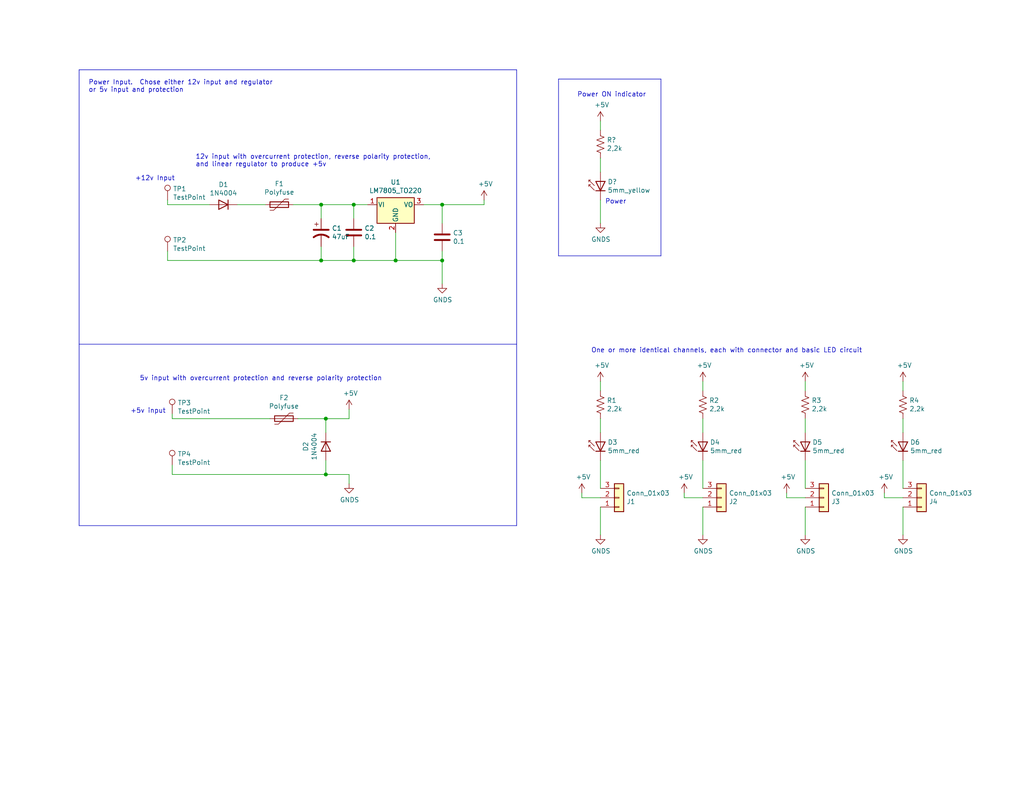
<source format=kicad_sch>
(kicad_sch (version 20230121) (generator eeschema)
  (paper "USLetter")
  (title_block (title "FakeRio Digital Input rev 1") (date "2018-12-18") (rev "1") (company "Eastbots") (comment 1 "Initial version by Steve Tell"))
  (lib_symbols
    (symbol "Connector:TestPoint" (pin_numbers hide) (pin_names (offset 0.762) hide)
      (property "Reference" "TP" (at 0 6.858 0))
      (property "Value" "TestPoint" (at 0 5.08 0))
      (symbol "TestPoint_0_1"
        (circle (center 0 3.302) (radius 0.762))
      )
      (symbol "TestPoint_1_1"
        (pin passive line (at 0 0 90) (length 2.54) (name "1") (number "1"))
      )
    )
    (symbol "Connector_Generic:Conn_01x03" (pin_names (offset 1.016) hide)
      (property "Reference" "J" (at 0 5.08 0))
      (property "Value" "Conn_01x03" (at 0 -5.08 0))
      (symbol "Conn_01x03_1_1"
        (rectangle (start -1.27 -2.413) (end 0 -2.667) (stroke (width 0.1524)))
        (rectangle (start -1.27 0.127) (end 0 -0.127) (stroke (width 0.1524)))
        (rectangle (start -1.27 2.667) (end 0 2.413) (stroke (width 0.1524)))
        (rectangle (start -1.27 3.81) (end 1.27 -3.81) (stroke (width 0.254)) (fill (type background)))
        (pin passive line (at -5.08 2.54 0) (length 3.81) (name "Pin_1") (number "1"))
        (pin passive line (at -5.08 0 0) (length 3.81) (name "Pin_2") (number "2"))
        (pin passive line (at -5.08 -2.54 0) (length 3.81) (name "Pin_3") (number "3"))
      )
    )
    (symbol "Device:C" (pin_numbers hide) (pin_names (offset 0.254))
      (property "Reference" "C" (at 0.635 2.54 0))
      (property "Value" "C" (at 0.635 -2.54 0))
      (symbol "C_0_1"
        (polyline (pts (xy -2.032 -0.762) (xy 2.032 -0.762)) (stroke (width 0.508)))
        (polyline (pts (xy -2.032 0.762) (xy 2.032 0.762)) (stroke (width 0.508)))
      )
      (symbol "C_1_1"
        (pin passive line (at 0 3.81 270) (length 2.794) (name "~") (number "1"))
        (pin passive line (at 0 -3.81 90) (length 2.794) (name "~") (number "2"))
      )
    )
    (symbol "Device:Polyfuse" (pin_numbers hide) (pin_names (offset 0))
      (property "Reference" "F" (at -2.54 0 90))
      (property "Value" "Polyfuse" (at 2.54 0 90))
      (symbol "Polyfuse_0_1"
        (rectangle (start -0.762 2.54) (end 0.762 -2.54) (stroke (width 0.254)))
        (polyline (pts (xy 0 2.54) (xy 0 -2.54)))
        (polyline (pts (xy -1.524 2.54) (xy -1.524 1.524) (xy 1.524 -1.524) (xy 1.524 -2.54)))
      )
      (symbol "Polyfuse_1_1"
        (pin passive line (at 0 3.81 270) (length 1.27) (name "~") (number "1"))
        (pin passive line (at 0 -3.81 90) (length 1.27) (name "~") (number "2"))
      )
    )
    (symbol "Device:R_US" (pin_numbers hide) (pin_names (offset 0))
      (property "Reference" "R" (at 2.54 0 90))
      (property "Value" "R_US" (at -2.54 0 90))
      (symbol "R_US_0_1"
        (polyline (pts (xy 0 -2.286) (xy 0 -2.54)))
        (polyline (pts (xy 0 2.286) (xy 0 2.54)))
        (polyline (pts (xy 0 -0.762) (xy 1.016 -1.143) (xy 0 -1.524) (xy -1.016 -1.905) (xy 0 -2.286)))
        (polyline (pts (xy 0 0.762) (xy 1.016 0.381) (xy 0 0) (xy -1.016 -0.381) (xy 0 -0.762)))
        (polyline (pts (xy 0 2.286) (xy 1.016 1.905) (xy 0 1.524) (xy -1.016 1.143) (xy 0 0.762)))
      )
      (symbol "R_US_1_1"
        (pin passive line (at 0 3.81 270) (length 1.27) (name "~") (number "1"))
        (pin passive line (at 0 -3.81 90) (length 1.27) (name "~") (number "2"))
      )
    )
    (symbol "Diode:1N4004" (pin_numbers hide) (pin_names hide)
      (property "Reference" "D" (at 0 2.54 0))
      (property "Value" "1N4004" (at 0 -2.54 0))
      (symbol "1N4004_0_1"
        (polyline (pts (xy -1.27 1.27) (xy -1.27 -1.27)) (stroke (width 0.254)))
        (polyline (pts (xy 1.27 0) (xy -1.27 0)))
        (polyline (pts (xy 1.27 1.27) (xy 1.27 -1.27) (xy -1.27 0) (xy 1.27 1.27)) (stroke (width 0.254)))
      )
      (symbol "1N4004_1_1"
        (pin passive line (at -3.81 0 0) (length 2.54) (name "K") (number "1"))
        (pin passive line (at 3.81 0 180) (length 2.54) (name "A") (number "2"))
      )
    )
    (symbol "LED:LD271" (pin_numbers hide) (pin_names (offset 1.016) hide)
      (property "Reference" "D" (at 0.508 1.778 0))
      (property "Value" "LD271" (at -1.016 -2.794 0))
      (symbol "LD271_0_1"
        (polyline (pts (xy -2.54 1.27) (xy -2.54 -1.27)) (stroke (width 0.254)))
        (polyline (pts (xy 0 0) (xy -2.54 0)))
        (polyline (pts (xy 0.381 3.175) (xy -0.127 3.175)))
        (polyline (pts (xy -1.143 1.651) (xy 0.381 3.175) (xy 0.381 2.667)))
        (polyline (pts (xy 0 -1.27) (xy -2.54 0) (xy 0 1.27) (xy 0 -1.27)) (stroke (width 0.254)))
        (polyline (pts (xy -2.413 1.651) (xy -0.889 3.175) (xy -0.889 2.667) (xy -0.889 3.175) (xy -1.397 3.175)))
      )
      (symbol "LD271_1_1"
        (pin passive line (at -5.08 0 0) (length 2.54) (name "K") (number "1"))
        (pin passive line (at 2.54 0 180) (length 2.54) (name "A") (number "2"))
      )
    )
    (symbol "Regulator_Linear:LM7805_TO220" (pin_names (offset 0.254))
      (property "Reference" "U" (at -3.81 3.175 0))
      (property "Value" "LM7805_TO220" (at 0 3.175 0))
      (symbol "LM7805_TO220_0_1"
        (rectangle (start -5.08 1.905) (end 5.08 -5.08) (stroke (width 0.254)) (fill (type background)))
      )
      (symbol "LM7805_TO220_1_1"
        (pin power_in line (at -7.62 0 0) (length 2.54) (name "VI") (number "1"))
        (pin power_in line (at 0 -7.62 90) (length 2.54) (name "GND") (number "2"))
        (pin power_out line (at 7.62 0 180) (length 2.54) (name "VO") (number "3"))
      )
    )
    (symbol "fakerio1-rescue:CP1-Device" (pin_numbers hide) (pin_names (offset 0.254) hide)
      (property "Reference" "C" (at 0.635 2.54 0))
      (property "Value" "Device:CP1" (at 0.635 -2.54 0))
      (symbol "CP1-Device_0_1"
        (polyline (pts (xy -2.032 0.762) (xy 2.032 0.762)) (stroke (width 0.508)))
        (polyline (pts (xy -1.778 2.286) (xy -0.762 2.286)))
        (polyline (pts (xy -1.27 1.778) (xy -1.27 2.794)))
        (arc (start 2.032 -1.27) (mid 0 -0.5572) (end -2.032 -1.27) (stroke (width 0.508)))
      )
      (symbol "CP1-Device_1_1"
        (pin passive line (at 0 3.81 270) (length 2.794) (name "~") (number "1"))
        (pin passive line (at 0 -3.81 90) (length 3.302) (name "~") (number "2"))
      )
    )
    (symbol "power:+5V" (power) (pin_names (offset 0))
      (property "Value" "+5V" (at 0 3.556 0))
      (symbol "+5V_0_1"
        (polyline (pts (xy -0.762 1.27) (xy 0 2.54)))
        (polyline (pts (xy 0 0) (xy 0 2.54)))
        (polyline (pts (xy 0 2.54) (xy 0.762 1.27)))
      )
      (symbol "+5V_1_1"
        (pin power_in line (at 0 0 90) (length 0) hide (name "+5V") (number "1"))
      )
    )
    (symbol "power:GNDS" (power) (pin_names (offset 0))
      (property "Value" "GNDS" (at 0 -3.81 0))
      (symbol "GNDS_0_1"
        (polyline (pts (xy 0 0) (xy 0 -1.27) (xy 1.27 -1.27) (xy 0 -2.54) (xy -1.27 -1.27) (xy 0 -1.27)))
      )
      (symbol "GNDS_1_1"
        (pin power_in line (at 0 0 270) (length 0) hide (name "GNDS") (number "1"))
      )
    )
  )
  (junction (at 87.63 55.88))
  (junction (at 87.63 71.12))
  (junction (at 96.52 55.88))
  (junction (at 88.9 129.54))
  (junction (at 88.9 114.3))
  (junction (at 107.95 71.12))
  (junction (at 96.52 71.12))
  (junction (at 120.65 71.12))
  (junction (at 120.65 55.88))
  (wire (pts (xy 186.69 135.89) (xy 186.69 134.62)))
  (wire (pts (xy 115.57 55.88) (xy 120.65 55.88)))
  (wire (pts (xy 120.65 71.12) (xy 120.65 77.47)))
  (polyline (pts (xy 140.97 143.51) (xy 140.97 19.05)))
  (wire (pts (xy 107.95 63.5) (xy 107.95 71.12)))
  (wire (pts (xy 45.72 68.58) (xy 45.72 71.12)))
  (wire (pts (xy 46.99 127) (xy 46.99 129.54)))
  (wire (pts (xy 132.08 55.88) (xy 132.08 54.61)))
  (wire (pts (xy 163.83 104.14) (xy 163.83 106.68)))
  (polyline (pts (xy 152.4 69.85) (xy 180.34 69.85)))
  (wire (pts (xy 214.63 135.89) (xy 219.71 135.89)))
  (wire (pts (xy 241.3 135.89) (xy 246.38 135.89)))
  (wire (pts (xy 163.83 114.3) (xy 163.83 118.11)))
  (wire (pts (xy 88.9 118.11) (xy 88.9 114.3)))
  (wire (pts (xy 186.69 135.89) (xy 191.77 135.89)))
  (wire (pts (xy 45.72 55.88) (xy 45.72 54.61)))
  (wire (pts (xy 88.9 125.73) (xy 88.9 129.54)))
  (polyline (pts (xy 21.59 93.98) (xy 140.97 93.98)))
  (wire (pts (xy 241.3 135.89) (xy 241.3 134.62)))
  (wire (pts (xy 95.25 132.08) (xy 95.25 129.54)))
  (wire (pts (xy 214.63 135.89) (xy 214.63 134.62)))
  (wire (pts (xy 191.77 104.14) (xy 191.77 106.68)))
  (polyline (pts (xy 140.97 19.05) (xy 21.59 19.05)))
  (wire (pts (xy 87.63 55.88) (xy 96.52 55.88)))
  (wire (pts (xy 120.65 68.58) (xy 120.65 71.12)))
  (polyline (pts (xy 21.59 19.05) (xy 21.59 143.51)))
  (wire (pts (xy 163.83 138.43) (xy 163.83 146.05)))
  (wire (pts (xy 73.66 114.3) (xy 46.99 114.3)))
  (wire (pts (xy 163.83 54.61) (xy 163.83 60.96)))
  (wire (pts (xy 246.38 125.73) (xy 246.38 133.35)))
  (wire (pts (xy 88.9 114.3) (xy 95.25 114.3)))
  (wire (pts (xy 120.65 71.12) (xy 107.95 71.12)))
  (wire (pts (xy 95.25 129.54) (xy 88.9 129.54)))
  (wire (pts (xy 191.77 138.43) (xy 191.77 146.05)))
  (wire (pts (xy 246.38 138.43) (xy 246.38 146.05)))
  (wire (pts (xy 219.71 138.43) (xy 219.71 146.05)))
  (wire (pts (xy 246.38 114.3) (xy 246.38 118.11)))
  (wire (pts (xy 80.01 55.88) (xy 87.63 55.88)))
  (polyline (pts (xy 180.34 69.85) (xy 180.34 21.59)))
  (wire (pts (xy 158.75 135.89) (xy 158.75 134.62)))
  (wire (pts (xy 96.52 71.12) (xy 87.63 71.12)))
  (wire (pts (xy 46.99 114.3) (xy 46.99 113.03)))
  (wire (pts (xy 95.25 114.3) (xy 95.25 111.76)))
  (polyline (pts (xy 152.4 21.59) (xy 152.4 69.85)))
  (wire (pts (xy 107.95 71.12) (xy 96.52 71.12)))
  (polyline (pts (xy 180.34 21.59) (xy 152.4 21.59)))
  (wire (pts (xy 96.52 59.69) (xy 96.52 55.88)))
  (wire (pts (xy 120.65 60.96) (xy 120.65 55.88)))
  (wire (pts (xy 163.83 125.73) (xy 163.83 133.35)))
  (wire (pts (xy 163.83 43.18) (xy 163.83 46.99)))
  (wire (pts (xy 87.63 71.12) (xy 45.72 71.12)))
  (wire (pts (xy 81.28 114.3) (xy 88.9 114.3)))
  (wire (pts (xy 191.77 114.3) (xy 191.77 118.11)))
  (wire (pts (xy 120.65 55.88) (xy 132.08 55.88)))
  (wire (pts (xy 57.15 55.88) (xy 45.72 55.88)))
  (wire (pts (xy 88.9 129.54) (xy 46.99 129.54)))
  (wire (pts (xy 219.71 104.14) (xy 219.71 106.68)))
  (wire (pts (xy 96.52 67.31) (xy 96.52 71.12)))
  (wire (pts (xy 219.71 125.73) (xy 219.71 133.35)))
  (wire (pts (xy 219.71 114.3) (xy 219.71 118.11)))
  (wire (pts (xy 158.75 135.89) (xy 163.83 135.89)))
  (wire (pts (xy 163.83 33.02) (xy 163.83 35.56)))
  (wire (pts (xy 191.77 125.73) (xy 191.77 133.35)))
  (wire (pts (xy 246.38 104.14) (xy 246.38 106.68)))
  (wire (pts (xy 87.63 67.31) (xy 87.63 71.12)))
  (wire (pts (xy 87.63 59.69) (xy 87.63 55.88)))
  (wire (pts (xy 96.52 55.88) (xy 100.33 55.88)))
  (polyline (pts (xy 21.59 143.51) (xy 140.97 143.51)))
  (wire (pts (xy 64.77 55.88) (xy 72.39 55.88)))
  (text "One or more identical channels, each with connector and basic LED circuit" (at 161.29 96.52 0) (effects (font (size 1.27 1.27)) (justify left bottom)))
  (text "+12v Input\n" (at 36.83 49.53 0) (effects (font (size 1.27 1.27)) (justify left bottom)))
  (text "Power\n" (at 165.1 55.88 0) (effects (font (size 1.27 1.27)) (justify left bottom)))
  (text "12v input with overcurrent protection, reverse polarity protection,\nand linear regulator to produce +5v" (at 53.34 45.72 0) (effects (font (size 1.27 1.27)) (justify left bottom)))
  (text "Power ON indicator\n" (at 157.48 26.67 0) (effects (font (size 1.27 1.27)) (justify left bottom)))
  (text "Power Input.  Chose either 12v input and regulator\nor 5v input and protection\n" (at 24.13 25.4 0) (effects (font (size 1.27 1.27)) (justify left bottom)))
  (text "5v input with overcurrent protection and reverse polarity protection\n" (at 38.1 104.14 0) (effects (font (size 1.27 1.27)) (justify left bottom)))
  (text "+5v input" (at 35.56 113.03 0) (effects (font (size 1.27 1.27)) (justify left bottom)))
  (symbol (lib_id "Device:R_US") (at 219.71 110.49 0) (unit 1)
    (property "Reference" "R3" (at 221.4372 109.3216 0) (effects (justify left)))
    (property "Value" "2,2k" (at 221.4372 111.633 0) (effects (justify left)))
  )
  (symbol (lib_id "LED:LD271") (at 219.71 120.65 90) (unit 1)
    (property "Reference" "D5" (at 221.6658 120.7516 90) (effects (justify right)))
    (property "Value" "5mm_red" (at 221.6658 123.063 90) (effects (justify right)))
    (property "Footprint" "LED_THT:LED_D5.0mm_IRGrey" (effects hide))
    (property "Datasheet" "http://www.alliedelec.com/m/d/40788c34903a719969df15f1fbea1056.pdf" (effects hide))
  )
  (symbol (lib_id "Connector_Generic:Conn_01x03") (at 224.79 135.89 0) (mirror x) (unit 1)
    (property "Reference" "J3" (at 226.822 136.9568 0) (effects (justify left)))
    (property "Value" "Conn_01x03" (at 226.822 134.6454 0) (effects (justify left)))
  )
  (symbol (lib_id "power:GNDS") (at 219.71 146.05 0) (unit 1)
    (property "Reference" "#PWR013" (effects hide))
    (property "Value" "GNDS" (at 219.837 150.4442 0))
  )
  (symbol (lib_id "power:+5V") (at 219.71 104.14 0) (unit 1)
    (property "Reference" "#PWR012" (effects hide))
    (property "Value" "+5V" (at 220.091 99.7458 0))
  )
  (symbol (lib_id "power:+5V") (at 214.63 134.62 0) (unit 1)
    (property "Reference" "#PWR011" (effects hide))
    (property "Value" "+5V" (at 215.011 130.2258 0))
  )
  (symbol (lib_id "Device:R_US") (at 246.38 110.49 0) (unit 1)
    (property "Reference" "R4" (at 248.1072 109.3216 0) (effects (justify left)))
    (property "Value" "2,2k" (at 248.1072 111.633 0) (effects (justify left)))
  )
  (symbol (lib_id "LED:LD271") (at 246.38 120.65 90) (unit 1)
    (property "Reference" "D6" (at 248.3358 120.7516 90) (effects (justify right)))
    (property "Value" "5mm_red" (at 248.3358 123.063 90) (effects (justify right)))
    (property "Footprint" "LED_THT:LED_D5.0mm_IRGrey" (effects hide))
    (property "Datasheet" "http://www.alliedelec.com/m/d/40788c34903a719969df15f1fbea1056.pdf" (effects hide))
  )
  (symbol (lib_id "Connector_Generic:Conn_01x03") (at 251.46 135.89 0) (mirror x) (unit 1)
    (property "Reference" "J4" (at 253.492 136.9568 0) (effects (justify left)))
    (property "Value" "Conn_01x03" (at 253.492 134.6454 0) (effects (justify left)))
  )
  (symbol (lib_id "power:GNDS") (at 246.38 146.05 0) (unit 1)
    (property "Reference" "#PWR016" (effects hide))
    (property "Value" "GNDS" (at 246.507 150.4442 0))
  )
  (symbol (lib_id "power:+5V") (at 246.38 104.14 0) (unit 1)
    (property "Reference" "#PWR015" (effects hide))
    (property "Value" "+5V" (at 246.761 99.7458 0))
  )
  (symbol (lib_id "power:+5V") (at 241.3 134.62 0) (unit 1)
    (property "Reference" "#PWR014" (effects hide))
    (property "Value" "+5V" (at 241.681 130.2258 0))
  )
  (symbol (lib_id "Device:R_US") (at 163.83 110.49 0) (unit 1)
    (property "Reference" "R1" (at 165.5572 109.3216 0) (effects (justify left)))
    (property "Value" "2,2k" (at 165.5572 111.633 0) (effects (justify left)))
  )
  (symbol (lib_id "LED:LD271") (at 163.83 120.65 90) (unit 1)
    (property "Reference" "D3" (at 165.7858 120.7516 90) (effects (justify right)))
    (property "Value" "5mm_red" (at 165.7858 123.063 90) (effects (justify right)))
    (property "Footprint" "LED_THT:LED_D5.0mm_IRGrey" (effects hide))
    (property "Datasheet" "http://www.alliedelec.com/m/d/40788c34903a719969df15f1fbea1056.pdf" (effects hide))
  )
  (symbol (lib_id "Connector_Generic:Conn_01x03") (at 168.91 135.89 0) (mirror x) (unit 1)
    (property "Reference" "J1" (at 170.942 136.9568 0) (effects (justify left)))
    (property "Value" "Conn_01x03" (at 170.942 134.6454 0) (effects (justify left)))
  )
  (symbol (lib_id "power:GNDS") (at 163.83 146.05 0) (unit 1)
    (property "Reference" "#PWR07" (effects hide))
    (property "Value" "GNDS" (at 163.957 150.4442 0))
  )
  (symbol (lib_id "power:+5V") (at 163.83 104.14 0) (unit 1)
    (property "Reference" "#PWR06" (effects hide))
    (property "Value" "+5V" (at 164.211 99.7458 0))
  )
  (symbol (lib_id "power:+5V") (at 158.75 134.62 0) (unit 1)
    (property "Reference" "#PWR05" (effects hide))
    (property "Value" "+5V" (at 159.131 130.2258 0))
  )
  (symbol (lib_id "Device:R_US") (at 191.77 110.49 0) (unit 1)
    (property "Reference" "R2" (at 193.4972 109.3216 0) (effects (justify left)))
    (property "Value" "2,2k" (at 193.4972 111.633 0) (effects (justify left)))
  )
  (symbol (lib_id "LED:LD271") (at 191.77 120.65 90) (unit 1)
    (property "Reference" "D4" (at 193.7258 120.7516 90) (effects (justify right)))
    (property "Value" "5mm_red" (at 193.7258 123.063 90) (effects (justify right)))
    (property "Footprint" "LED_THT:LED_D5.0mm_IRGrey" (effects hide))
    (property "Datasheet" "http://www.alliedelec.com/m/d/40788c34903a719969df15f1fbea1056.pdf" (effects hide))
  )
  (symbol (lib_id "Connector_Generic:Conn_01x03") (at 196.85 135.89 0) (mirror x) (unit 1)
    (property "Reference" "J2" (at 198.882 136.9568 0) (effects (justify left)))
    (property "Value" "Conn_01x03" (at 198.882 134.6454 0) (effects (justify left)))
  )
  (symbol (lib_id "power:GNDS") (at 191.77 146.05 0) (unit 1)
    (property "Reference" "#PWR010" (effects hide))
    (property "Value" "GNDS" (at 191.897 150.4442 0))
  )
  (symbol (lib_id "power:+5V") (at 191.77 104.14 0) (unit 1)
    (property "Reference" "#PWR09" (effects hide))
    (property "Value" "+5V" (at 192.151 99.7458 0))
  )
  (symbol (lib_id "power:+5V") (at 186.69 134.62 0) (unit 1)
    (property "Reference" "#PWR08" (effects hide))
    (property "Value" "+5V" (at 187.071 130.2258 0))
  )
  (symbol (lib_id "Diode:1N4004") (at 60.96 55.88 180) (unit 1)
    (property "Reference" "D1" (at 60.96 50.3936 0))
    (property "Value" "1N4004" (at 60.96 52.705 0))
    (property "Footprint" "Diode_THT:D_DO-41_SOD81_P10.16mm_Horizontal" (effects hide))
    (property "Datasheet" "http://www.vishay.com/docs/88503/1n4001.pdf" (effects hide))
  )
  (symbol (lib_id "Device:Polyfuse") (at 76.2 55.88 270) (unit 1)
    (property "Reference" "F1" (at 76.2 50.165 90))
    (property "Value" "Polyfuse" (at 76.2 52.4764 90))
  )
  (symbol (lib_id "fakerio1-rescue:CP1-Device") (at 87.63 63.5 0) (unit 1)
    (property "Reference" "C1" (at 90.551 62.3316 0) (effects (justify left)))
    (property "Value" "47uF" (at 90.551 64.643 0) (effects (justify left)))
  )
  (symbol (lib_id "Device:C") (at 96.52 63.5 0) (unit 1)
    (property "Reference" "C2" (at 99.441 62.3316 0) (effects (justify left)))
    (property "Value" "0.1" (at 99.441 64.643 0) (effects (justify left)))
  )
  (symbol (lib_id "Device:C") (at 120.65 64.77 0) (unit 1)
    (property "Reference" "C3" (at 123.571 63.6016 0) (effects (justify left)))
    (property "Value" "0.1" (at 123.571 65.913 0) (effects (justify left)))
  )
  (symbol (lib_id "Regulator_Linear:LM7805_TO220") (at 107.95 55.88 0) (unit 1)
    (property "Reference" "U1" (at 107.95 49.7332 0))
    (property "Value" "LM7805_TO220" (at 107.95 52.0446 0))
    (property "Footprint" "Package_TO_SOT_THT:TO-220-3_Vertical" (effects hide))
    (property "Datasheet" "http://www.fairchildsemi.com/ds/LM/LM7805.pdf" (effects hide))
  )
  (symbol (lib_id "power:+5V") (at 132.08 54.61 0) (unit 1)
    (property "Reference" "#PWR04" (effects hide))
    (property "Value" "+5V" (at 132.461 50.2158 0))
  )
  (symbol (lib_id "Connector:TestPoint") (at 45.72 54.61 0) (unit 1)
    (property "Reference" "TP1" (at 47.1932 51.562 0) (effects (justify left)))
    (property "Value" "TestPoint" (at 47.1932 53.8734 0) (effects (justify left)))
  )
  (symbol (lib_id "Connector:TestPoint") (at 45.72 68.58 0) (unit 1)
    (property "Reference" "TP2" (at 47.1932 65.532 0) (effects (justify left)))
    (property "Value" "TestPoint" (at 47.1932 67.8434 0) (effects (justify left)))
  )
  (symbol (lib_id "Diode:1N4004") (at 88.9 121.92 270) (unit 1)
    (property "Reference" "D2" (at 83.4136 121.92 0))
    (property "Value" "1N4004" (at 85.725 121.92 0))
    (property "Footprint" "Diode_THT:D_DO-41_SOD81_P10.16mm_Horizontal" (effects hide))
    (property "Datasheet" "http://www.vishay.com/docs/88503/1n4001.pdf" (effects hide))
  )
  (symbol (lib_id "Device:Polyfuse") (at 77.47 114.3 270) (unit 1)
    (property "Reference" "F2" (at 77.47 108.585 90))
    (property "Value" "Polyfuse" (at 77.47 110.8964 90))
  )
  (symbol (lib_id "Connector:TestPoint") (at 46.99 113.03 0) (unit 1)
    (property "Reference" "TP3" (at 48.4632 109.982 0) (effects (justify left)))
    (property "Value" "TestPoint" (at 48.4632 112.2934 0) (effects (justify left)))
  )
  (symbol (lib_id "Connector:TestPoint") (at 46.99 127 0) (unit 1)
    (property "Reference" "TP4" (at 48.4632 123.952 0) (effects (justify left)))
    (property "Value" "TestPoint" (at 48.4632 126.2634 0) (effects (justify left)))
  )
  (symbol (lib_id "power:GNDS") (at 120.65 77.47 0) (unit 1)
    (property "Reference" "#PWR03" (effects hide))
    (property "Value" "GNDS" (at 120.777 81.8642 0))
  )
  (symbol (lib_id "power:GNDS") (at 95.25 132.08 0) (unit 1)
    (property "Reference" "#PWR02" (effects hide))
    (property "Value" "GNDS" (at 95.377 136.4742 0))
  )
  (symbol (lib_id "power:+5V") (at 95.25 111.76 0) (unit 1)
    (property "Reference" "#PWR01" (effects hide))
    (property "Value" "+5V" (at 95.631 107.3658 0))
  )
  (symbol (lib_id "Device:R_US") (at 163.83 39.37 0) (unit 1)
    (property "Reference" "R?" (at 165.5572 38.2016 0) (effects (justify left)))
    (property "Value" "2,2k" (at 165.5572 40.513 0) (effects (justify left)))
  )
  (symbol (lib_id "LED:LD271") (at 163.83 49.53 90) (unit 1)
    (property "Reference" "D?" (at 165.7858 49.6316 90) (effects (justify right)))
    (property "Value" "5mm_yellow" (at 165.7858 51.943 90) (effects (justify right)))
    (property "Footprint" "LED_THT:LED_D5.0mm_IRGrey" (effects hide))
    (property "Datasheet" "http://www.alliedelec.com/m/d/40788c34903a719969df15f1fbea1056.pdf" (effects hide))
  )
  (symbol (lib_id "power:GNDS") (at 163.83 60.96 0) (unit 1)
    (property "Reference" "#PWR?" (effects hide))
    (property "Value" "GNDS" (at 163.957 65.3542 0))
  )
  (symbol (lib_id "power:+5V") (at 163.83 33.02 0) (unit 1)
    (property "Reference" "#PWR?" (effects hide))
    (property "Value" "+5V" (at 164.211 28.6258 0))
  )
)
</source>
